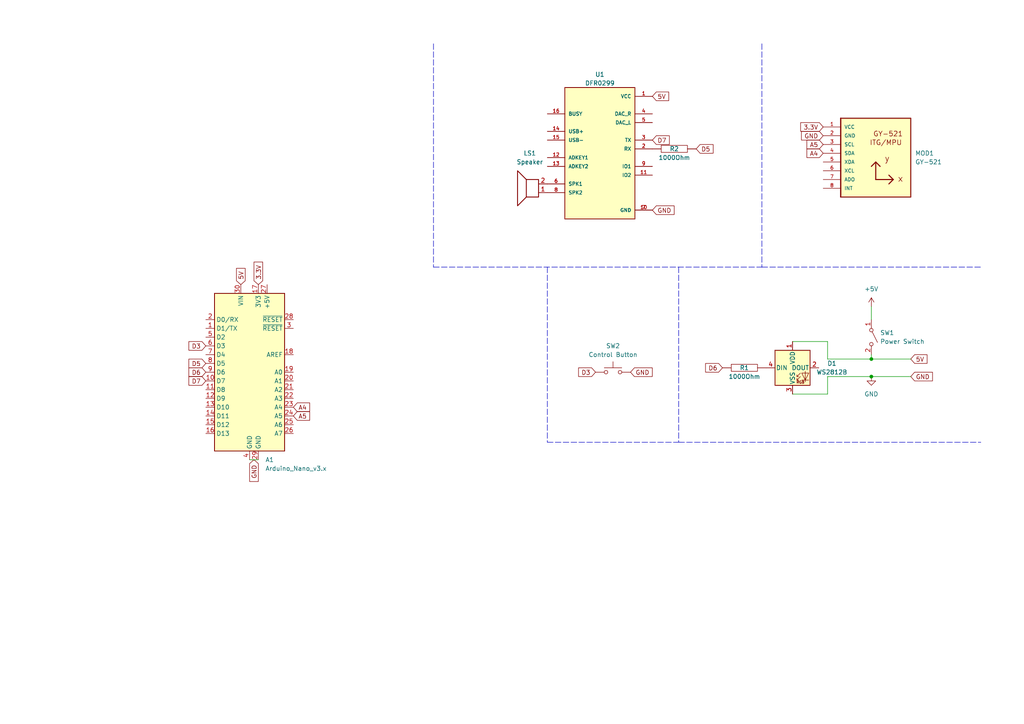
<source format=kicad_sch>
(kicad_sch (version 20211123) (generator eeschema)
  (paper "A4")
  (title_block (title "Carolyns Lightsaber"))
  (lib_symbols
    (symbol "DFR0299:DFR0299" (pin_names (offset 1.016))
      (property "Reference" "U" (at -10.16 18.542 0))
      (property "Value" "DFR0299" (at -10.16 -22.86 0))
      (symbol "DFR0299_0_0"
        (rectangle (start -10.16 -20.32) (end 10.16 17.78) (stroke (width 0.254)) (fill (type background)))
        (pin power_in line (at 15.24 15.24 180) (length 5.08) (name "VCC") (number "1"))
        (pin power_in line (at 15.24 -17.78 180) (length 5.08) (name "GND") (number "10"))
        (pin bidirectional line (at 15.24 -7.62 180) (length 5.08) (name "IO2") (number "11"))
        (pin input line (at -15.24 -2.54 0) (length 5.08) (name "ADKEY1") (number "12"))
        (pin input line (at -15.24 -5.08 0) (length 5.08) (name "ADKEY2") (number "13"))
        (pin input line (at -15.24 5.08 0) (length 5.08) (name "USB+") (number "14"))
        (pin input line (at -15.24 2.54 0) (length 5.08) (name "USB-") (number "15"))
        (pin input line (at -15.24 10.16 0) (length 5.08) (name "BUSY") (number "16"))
        (pin input line (at 15.24 0 180) (length 5.08) (name "RX") (number "2"))
        (pin output line (at 15.24 2.54 180) (length 5.08) (name "TX") (number "3"))
        (pin output line (at 15.24 10.16 180) (length 5.08) (name "DAC_R") (number "4"))
        (pin output line (at 15.24 7.62 180) (length 5.08) (name "DAC_L") (number "5"))
        (pin passive line (at -15.24 -10.16 0) (length 5.08) (name "SPK1") (number "6"))
        (pin power_in line (at 15.24 -17.78 180) (length 5.08) (name "GND") (number "7"))
        (pin passive line (at -15.24 -12.7 0) (length 5.08) (name "SPK2") (number "8"))
        (pin bidirectional line (at 15.24 -5.08 180) (length 5.08) (name "IO1") (number "9"))
      )
    )
    (symbol "Device:Speaker" (pin_names (offset 0) hide)
      (property "Reference" "LS" (at 1.27 5.715 0))
      (property "Value" "Speaker" (at 1.27 3.81 0))
      (symbol "Speaker_0_0"
        (rectangle (start -2.54 1.27) (end 1.016 -3.81) (stroke (width 0.254)))
        (polyline (pts (xy 1.016 1.27) (xy 3.556 3.81) (xy 3.556 -6.35) (xy 1.016 -3.81)) (stroke (width 0.254)))
      )
      (symbol "Speaker_1_1"
        (pin input line (at -5.08 0 0) (length 2.54) (name "1") (number "1"))
        (pin input line (at -5.08 -2.54 0) (length 2.54) (name "2") (number "2"))
      )
    )
    (symbol "GY-521:GY-521" (pin_names (offset 1.016))
      (property "Reference" "MOD" (at 0 3.302 0))
      (property "Value" "GY-521" (at 0 -22.86 0))
      (symbol "GY-521_0_0"
        (rectangle (start 0 -20.32) (end 20.32 2.54) (stroke (width 0.3048)) (fill (type background)))
        (polyline (pts (xy 0 2.54) (xy 0 -20.32)) (stroke (width 0.3048)))
        (polyline (pts (xy 10.16 -15.24) (xy 10.16 -10.16)) (stroke (width 0.3048)))
        (polyline (pts (xy 10.16 -15.24) (xy 15.24 -15.24)) (stroke (width 0.3048)))
        (polyline (pts (xy 10.16 -10.16) (xy 8.89 -11.43)) (stroke (width 0.3048)))
        (polyline (pts (xy 10.16 -10.16) (xy 11.43 -11.43)) (stroke (width 0.3048)))
        (polyline (pts (xy 15.24 -15.24) (xy 13.97 -16.51)) (stroke (width 0.3048)))
        (polyline (pts (xy 15.24 -15.24) (xy 13.97 -13.97)) (stroke (width 0.3048)))
        (text "GY-521" (at 9.398 -2.794 0) (effects (font (size 1.4224 1.4224)) (justify left bottom)))
        (text "ITG/MPU" (at 8.382 -5.334 0) (effects (font (size 1.4224 1.4224)) (justify left bottom)))
        (text "x" (at 16.51 -16.002 0) (effects (font (size 1.778 1.778)) (justify left bottom)))
        (text "y" (at 12.7 -10.16 0) (effects (font (size 1.778 1.778)) (justify left bottom)))
        (pin bidirectional line (at -5.08 0 0) (length 5.08) (name "VCC") (number "1"))
        (pin bidirectional line (at -5.08 -2.54 0) (length 5.08) (name "GND") (number "2"))
        (pin bidirectional line (at -5.08 -5.08 0) (length 5.08) (name "SCL") (number "3"))
        (pin bidirectional line (at -5.08 -7.62 0) (length 5.08) (name "SDA") (number "4"))
        (pin bidirectional line (at -5.08 -10.16 0) (length 5.08) (name "XDA") (number "5"))
        (pin bidirectional line (at -5.08 -12.7 0) (length 5.08) (name "XCL") (number "6"))
        (pin bidirectional line (at -5.08 -15.24 0) (length 5.08) (name "ADO") (number "7"))
        (pin bidirectional line (at -5.08 -17.78 0) (length 5.08) (name "INT") (number "8"))
      )
    )
    (symbol "LED:WS2812B" (pin_names (offset 0.254))
      (property "Reference" "D" (at 5.08 5.715 0))
      (property "Value" "WS2812B" (at 1.27 -5.715 0))
      (symbol "WS2812B_0_0"
        (text "RGB" (at 2.286 -4.191 0) (effects (font (size 0.762 0.762))))
      )
      (symbol "WS2812B_0_1"
        (polyline (pts (xy 1.27 -3.556) (xy 1.778 -3.556)))
        (polyline (pts (xy 1.27 -2.54) (xy 1.778 -2.54)))
        (polyline (pts (xy 4.699 -3.556) (xy 2.667 -3.556)))
        (polyline (pts (xy 2.286 -2.54) (xy 1.27 -3.556) (xy 1.27 -3.048)))
        (polyline (pts (xy 2.286 -1.524) (xy 1.27 -2.54) (xy 1.27 -2.032)))
        (polyline (pts (xy 3.683 -1.016) (xy 3.683 -3.556) (xy 3.683 -4.064)))
        (polyline (pts (xy 4.699 -1.524) (xy 2.667 -1.524) (xy 3.683 -3.556) (xy 4.699 -1.524)))
        (rectangle (start 5.08 5.08) (end -5.08 -5.08) (stroke (width 0.254)) (fill (type background)))
      )
      (symbol "WS2812B_1_1"
        (pin power_in line (at 0 7.62 270) (length 2.54) (name "VDD") (number "1"))
        (pin output line (at 7.62 0 180) (length 2.54) (name "DOUT") (number "2"))
        (pin power_in line (at 0 -7.62 90) (length 2.54) (name "VSS") (number "3"))
        (pin input line (at -7.62 0 0) (length 2.54) (name "DIN") (number "4"))
      )
    )
    (symbol "MCU_Module:Arduino_Nano_v3.x"
      (property "Reference" "A" (at -10.16 23.495 0))
      (property "Value" "Arduino_Nano_v3.x" (at 5.08 -24.13 0))
      (symbol "Arduino_Nano_v3.x_0_1"
        (rectangle (start -10.16 22.86) (end 10.16 -22.86) (stroke (width 0.254)) (fill (type background)))
      )
      (symbol "Arduino_Nano_v3.x_1_1"
        (pin bidirectional line (at -12.7 12.7 0) (length 2.54) (name "D1/TX") (number "1"))
        (pin bidirectional line (at -12.7 -2.54 0) (length 2.54) (name "D7") (number "10"))
        (pin bidirectional line (at -12.7 -5.08 0) (length 2.54) (name "D8") (number "11"))
        (pin bidirectional line (at -12.7 -7.62 0) (length 2.54) (name "D9") (number "12"))
        (pin bidirectional line (at -12.7 -10.16 0) (length 2.54) (name "D10") (number "13"))
        (pin bidirectional line (at -12.7 -12.7 0) (length 2.54) (name "D11") (number "14"))
        (pin bidirectional line (at -12.7 -15.24 0) (length 2.54) (name "D12") (number "15"))
        (pin bidirectional line (at -12.7 -17.78 0) (length 2.54) (name "D13") (number "16"))
        (pin power_out line (at 2.54 25.4 270) (length 2.54) (name "3V3") (number "17"))
        (pin input line (at 12.7 5.08 180) (length 2.54) (name "AREF") (number "18"))
        (pin bidirectional line (at 12.7 0 180) (length 2.54) (name "A0") (number "19"))
        (pin bidirectional line (at -12.7 15.24 0) (length 2.54) (name "D0/RX") (number "2"))
        (pin bidirectional line (at 12.7 -2.54 180) (length 2.54) (name "A1") (number "20"))
        (pin bidirectional line (at 12.7 -5.08 180) (length 2.54) (name "A2") (number "21"))
        (pin bidirectional line (at 12.7 -7.62 180) (length 2.54) (name "A3") (number "22"))
        (pin bidirectional line (at 12.7 -10.16 180) (length 2.54) (name "A4") (number "23"))
        (pin bidirectional line (at 12.7 -12.7 180) (length 2.54) (name "A5") (number "24"))
        (pin bidirectional line (at 12.7 -15.24 180) (length 2.54) (name "A6") (number "25"))
        (pin bidirectional line (at 12.7 -17.78 180) (length 2.54) (name "A7") (number "26"))
        (pin power_out line (at 5.08 25.4 270) (length 2.54) (name "+5V") (number "27"))
        (pin input line (at 12.7 15.24 180) (length 2.54) (name "~{RESET}") (number "28"))
        (pin power_in line (at 2.54 -25.4 90) (length 2.54) (name "GND") (number "29"))
        (pin input line (at 12.7 12.7 180) (length 2.54) (name "~{RESET}") (number "3"))
        (pin power_in line (at -2.54 25.4 270) (length 2.54) (name "VIN") (number "30"))
        (pin power_in line (at 0 -25.4 90) (length 2.54) (name "GND") (number "4"))
        (pin bidirectional line (at -12.7 10.16 0) (length 2.54) (name "D2") (number "5"))
        (pin bidirectional line (at -12.7 7.62 0) (length 2.54) (name "D3") (number "6"))
        (pin bidirectional line (at -12.7 5.08 0) (length 2.54) (name "D4") (number "7"))
        (pin bidirectional line (at -12.7 2.54 0) (length 2.54) (name "D5") (number "8"))
        (pin bidirectional line (at -12.7 0 0) (length 2.54) (name "D6") (number "9"))
      )
    )
    (symbol "Switch:SW_Push" (pin_numbers hide) (pin_names (offset 1.016) hide)
      (property "Reference" "SW" (at 1.27 2.54 0))
      (property "Value" "SW_Push" (at 0 -1.524 0))
      (symbol "SW_Push_0_1"
        (circle (center -2.032 0) (radius 0.508))
        (polyline (pts (xy 0 1.27) (xy 0 3.048)))
        (polyline (pts (xy 2.54 1.27) (xy -2.54 1.27)))
        (circle (center 2.032 0) (radius 0.508))
        (pin passive line (at -5.08 0 0) (length 2.54) (name "1") (number "1"))
        (pin passive line (at 5.08 0 180) (length 2.54) (name "2") (number "2"))
      )
    )
    (symbol "Switch:SW_SPST" (pin_names (offset 0) hide)
      (property "Reference" "SW" (at 0 3.175 0))
      (property "Value" "SW_SPST" (at 0 -2.54 0))
      (symbol "SW_SPST_0_0"
        (circle (center -2.032 0) (radius 0.508))
        (polyline (pts (xy -1.524 0.254) (xy 1.524 1.778)))
        (circle (center 2.032 0) (radius 0.508))
      )
      (symbol "SW_SPST_1_1"
        (pin passive line (at -5.08 0 0) (length 2.54) (name "A") (number "1"))
        (pin passive line (at 5.08 0 180) (length 2.54) (name "B") (number "2"))
      )
    )
    (symbol "power:+5V" (power) (pin_names (offset 0))
      (property "Value" "+5V" (at 0 3.556 0))
      (symbol "+5V_0_1"
        (polyline (pts (xy -0.762 1.27) (xy 0 2.54)))
        (polyline (pts (xy 0 0) (xy 0 2.54)))
        (polyline (pts (xy 0 2.54) (xy 0.762 1.27)))
      )
      (symbol "+5V_1_1"
        (pin power_in line (at 0 0 90) (length 0) hide (name "+5V") (number "1"))
      )
    )
    (symbol "power:GND" (power) (pin_names (offset 0))
      (property "Value" "GND" (at 0 -3.81 0))
      (symbol "GND_0_1"
        (polyline (pts (xy 0 0) (xy 0 -1.27) (xy 1.27 -1.27) (xy 0 -2.54) (xy -1.27 -1.27) (xy 0 -1.27)))
      )
      (symbol "GND_1_1"
        (pin power_in line (at 0 0 270) (length 0) hide (name "GND") (number "1"))
      )
    )
    (symbol "pspice:R" (pin_numbers hide) (pin_names (offset 0))
      (property "Reference" "R" (at 2.032 0 90))
      (property "Value" "R" (at 0 0 90))
      (symbol "R_0_1"
        (rectangle (start -1.016 3.81) (end 1.016 -3.81))
      )
      (symbol "R_1_1"
        (pin passive line (at 0 6.35 270) (length 2.54) (name "~") (number "1"))
        (pin passive line (at 0 -6.35 90) (length 2.54) (name "~") (number "2"))
      )
    )
  )
  (junction (at 252.73 104.14))
  (junction (at 252.73 109.22))
  (wire (pts (xy 252.73 88.9) (xy 252.73 92.71)))
  (wire (pts (xy 252.73 109.22) (xy 264.16 109.22)))
  (wire (pts (xy 252.73 104.14) (xy 252.73 102.87)))
  (wire (pts (xy 252.73 104.14) (xy 264.16 104.14)))
  (wire (pts (xy 240.03 104.14) (xy 240.03 99.06)))
  (polyline (pts (xy 220.98 12.7) (xy 220.98 77.47)))
  (polyline (pts (xy 196.85 77.47) (xy 196.85 128.27)))
  (wire (pts (xy 240.03 99.06) (xy 229.87 99.06)))
  (wire (pts (xy 240.03 114.3) (xy 229.87 114.3)))
  (wire (pts (xy 240.03 109.22) (xy 240.03 114.3)))
  (polyline (pts (xy 125.73 77.47) (xy 220.98 77.47)))
  (polyline (pts (xy 196.85 128.27) (xy 284.48 128.27)))
  (polyline (pts (xy 125.73 12.7) (xy 125.73 77.47)))
  (polyline (pts (xy 220.98 77.47) (xy 284.48 77.47)))
  (wire (pts (xy 72.39 133.35) (xy 74.93 133.35)))
  (polyline (pts (xy 158.75 128.27) (xy 196.85 128.27)))
  (wire (pts (xy 252.73 109.22) (xy 240.03 109.22)))
  (wire (pts (xy 240.03 104.14) (xy 252.73 104.14)))
  (polyline (pts (xy 158.75 77.47) (xy 158.75 128.27)))
  (global_label "A5" (shape input) (at 85.09 120.65 0) (property "Intersheet References" "${INTERSHEET_REFS}" (effects hide)))
  (global_label "D5" (shape input) (at 201.93 43.18 0) (property "Intersheet References" "${INTERSHEET_REFS}" (effects hide)))
  (global_label "A4" (shape input) (at 238.76 44.45 180) (property "Intersheet References" "${INTERSHEET_REFS}" (effects hide)))
  (global_label "D6" (shape input) (at 209.55 106.68 180) (property "Intersheet References" "${INTERSHEET_REFS}" (effects hide)))
  (global_label "GND" (shape input) (at 189.23 60.96 0) (property "Intersheet References" "${INTERSHEET_REFS}" (effects hide)))
  (global_label "A4" (shape input) (at 85.09 118.11 0) (property "Intersheet References" "${INTERSHEET_REFS}" (effects hide)))
  (global_label "5V" (shape input) (at 264.16 104.14 0) (property "Intersheet References" "${INTERSHEET_REFS}" (effects hide)))
  (global_label "5V" (shape input) (at 69.85 82.55 90) (property "Intersheet References" "${INTERSHEET_REFS}" (effects hide)))
  (global_label "5V" (shape input) (at 189.23 27.94 0) (property "Intersheet References" "${INTERSHEET_REFS}" (effects hide)))
  (global_label "3.3V" (shape input) (at 74.93 82.55 90) (property "Intersheet References" "${INTERSHEET_REFS}" (effects hide)))
  (global_label "GND" (shape input) (at 238.76 39.37 180) (property "Intersheet References" "${INTERSHEET_REFS}" (effects hide)))
  (global_label "3.3V" (shape input) (at 238.76 36.83 180) (property "Intersheet References" "${INTERSHEET_REFS}" (effects hide)))
  (global_label "GND" (shape input) (at 73.66 133.35 270) (property "Intersheet References" "${INTERSHEET_REFS}" (effects hide)))
  (global_label "D6" (shape input) (at 59.69 107.95 180) (property "Intersheet References" "${INTERSHEET_REFS}" (effects hide)))
  (global_label "A5" (shape input) (at 238.76 41.91 180) (property "Intersheet References" "${INTERSHEET_REFS}" (effects hide)))
  (global_label "D7" (shape input) (at 189.23 40.64 0) (property "Intersheet References" "${INTERSHEET_REFS}" (effects hide)))
  (global_label "D3" (shape input) (at 172.72 107.95 180) (property "Intersheet References" "${INTERSHEET_REFS}" (effects hide)))
  (global_label "D5" (shape input) (at 59.69 105.41 180) (property "Intersheet References" "${INTERSHEET_REFS}" (effects hide)))
  (global_label "GND" (shape input) (at 182.88 107.95 0) (property "Intersheet References" "${INTERSHEET_REFS}" (effects hide)))
  (global_label "D3" (shape input) (at 59.69 100.33 180) (property "Intersheet References" "${INTERSHEET_REFS}" (effects hide)))
  (global_label "GND" (shape input) (at 264.16 109.22 0) (property "Intersheet References" "${INTERSHEET_REFS}" (effects hide)))
  (global_label "D7" (shape input) (at 59.69 110.49 180) (property "Intersheet References" "${INTERSHEET_REFS}" (effects hide)))
  (symbol (lib_id "GY-521:GY-521") (at 243.84 36.83 0) (unit 1)
    (property "Reference" "MOD1" (at 265.43 44.4499 0) (effects (justify left)))
    (property "Value" "GY-521" (at 265.43 46.9899 0) (effects (justify left)))
    (property "Footprint" "GY-521:GY-521" (effects hide))
  )
  (symbol (lib_id "power:+5V") (at 252.73 88.9 0) (unit 1)
    (property "Reference" "#PWR0101" (effects hide))
    (property "Value" "+5V" (at 252.73 83.82 0))
  )
  (symbol (lib_id "DFR0299:DFR0299") (at 173.99 43.18 0) (unit 1)
    (property "Reference" "U1" (at 173.99 21.59 0))
    (property "Value" "DFR0299" (at 173.99 24.13 0))
    (property "Footprint" "DFR0299:MODULE_DFR0299" (effects hide))
    (property "MF" "DFRobot" (effects hide))
    (property "PACKAGE" "None" (effects hide))
    (property "DESCRIPTION" "Dfplayer - a Mini Mp3 Player" (effects hide))
    (property "MP" "DFR0299" (effects hide))
    (property "PRICE" "None" (effects hide))
    (property "AVAILABILITY" "Unavailable" (effects hide))
  )
  (symbol (lib_id "pspice:R") (at 195.58 43.18 270) (unit 1)
    (property "Reference" "R2" (at 195.58 43.18 90))
    (property "Value" "1000Ohm" (at 195.58 45.72 90))
    (property "Footprint" "Resistor_THT:R_Axial_DIN0309_L9.0mm_D3.2mm_P20.32mm_Horizontal" (effects hide))
  )
  (symbol (lib_id "Device:Speaker") (at 153.67 55.88 180) (unit 1)
    (property "Reference" "LS1" (at 153.67 44.45 0))
    (property "Value" "Speaker" (at 153.67 46.99 0))
    (property "Footprint" "Connector_PinHeader_2.54mm:PinHeader_2x01_P2.54mm_Vertical" (effects hide))
  )
  (symbol (lib_id "power:GND") (at 252.73 109.22 0) (unit 1)
    (property "Reference" "#PWR0102" (effects hide))
    (property "Value" "GND" (at 252.73 114.3 0))
  )
  (symbol (lib_id "pspice:R") (at 215.9 106.68 90) (unit 1)
    (property "Reference" "R1" (at 215.9 106.68 90))
    (property "Value" "1000Ohm" (at 215.9 109.22 90))
    (property "Footprint" "Resistor_THT:R_Axial_DIN0309_L9.0mm_D3.2mm_P20.32mm_Horizontal" (effects hide))
  )
  (symbol (lib_id "Switch:SW_Push") (at 177.8 107.95 0) (unit 1)
    (property "Reference" "SW2" (at 177.8 100.33 0))
    (property "Value" "Control Button" (at 177.8 102.87 0))
    (property "Footprint" "Connector_PinHeader_2.54mm:PinHeader_2x01_P2.54mm_Vertical" (effects hide))
  )
  (symbol (lib_id "Switch:SW_SPST") (at 252.73 97.79 270) (unit 1)
    (property "Reference" "SW1" (at 255.27 96.5199 90) (effects (justify left)))
    (property "Value" "Power Switch" (at 255.27 99.0599 90) (effects (justify left)))
    (property "Footprint" "Connector_PinHeader_2.54mm:PinHeader_2x01_P2.54mm_Vertical" (effects hide))
  )
  (symbol (lib_id "MCU_Module:Arduino_Nano_v3.x") (at 72.39 107.95 0) (unit 1)
    (property "Reference" "A1" (at 76.9494 133.35 0) (effects (justify left)))
    (property "Value" "Arduino_Nano_v3.x" (at 76.9494 135.89 0) (effects (justify left)))
    (property "Footprint" "Module:Arduino_Nano" (effects hide))
    (property "Datasheet" "http://www.mouser.com/pdfdocs/Gravitech_Arduino_Nano3_0.pdf" (effects hide))
  )
  (symbol (lib_id "LED:WS2812B") (at 229.87 106.68 0) (unit 1)
    (property "Reference" "D1" (at 241.3 105.41 0))
    (property "Value" "WS2812B" (at 241.3 107.95 0))
    (property "Footprint" "Connector_PinHeader_2.54mm:PinHeader_1x03_P2.54mm_Vertical" (effects hide))
    (property "Datasheet" "https://cdn-shop.adafruit.com/datasheets/WS2812B.pdf" (effects hide))
  )
)
</source>
